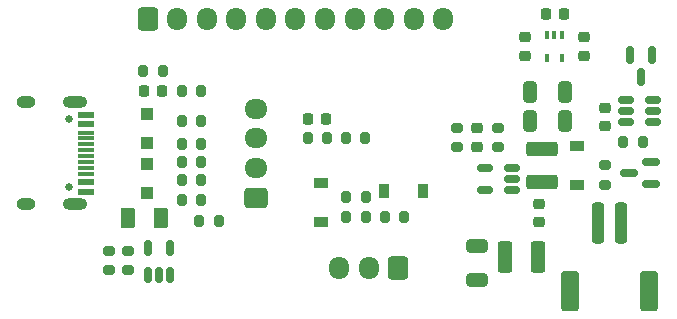
<source format=gbr>
%TF.GenerationSoftware,KiCad,Pcbnew,(5.99.0-13244-g73f40b11ee)*%
%TF.CreationDate,2021-12-26T18:18:12+01:00*%
%TF.ProjectId,TheKNOBDaughterboard,5468654b-4e4f-4424-9461-756768746572,rev?*%
%TF.SameCoordinates,Original*%
%TF.FileFunction,Soldermask,Top*%
%TF.FilePolarity,Negative*%
%FSLAX46Y46*%
G04 Gerber Fmt 4.6, Leading zero omitted, Abs format (unit mm)*
G04 Created by KiCad (PCBNEW (5.99.0-13244-g73f40b11ee)) date 2021-12-26 18:18:12*
%MOMM*%
%LPD*%
G01*
G04 APERTURE LIST*
G04 Aperture macros list*
%AMRoundRect*
0 Rectangle with rounded corners*
0 $1 Rounding radius*
0 $2 $3 $4 $5 $6 $7 $8 $9 X,Y pos of 4 corners*
0 Add a 4 corners polygon primitive as box body*
4,1,4,$2,$3,$4,$5,$6,$7,$8,$9,$2,$3,0*
0 Add four circle primitives for the rounded corners*
1,1,$1+$1,$2,$3*
1,1,$1+$1,$4,$5*
1,1,$1+$1,$6,$7*
1,1,$1+$1,$8,$9*
0 Add four rect primitives between the rounded corners*
20,1,$1+$1,$2,$3,$4,$5,0*
20,1,$1+$1,$4,$5,$6,$7,0*
20,1,$1+$1,$6,$7,$8,$9,0*
20,1,$1+$1,$8,$9,$2,$3,0*%
G04 Aperture macros list end*
%ADD10RoundRect,0.250000X-0.325000X-0.650000X0.325000X-0.650000X0.325000X0.650000X-0.325000X0.650000X0*%
%ADD11RoundRect,0.200000X-0.275000X0.200000X-0.275000X-0.200000X0.275000X-0.200000X0.275000X0.200000X0*%
%ADD12RoundRect,0.150000X0.512500X0.150000X-0.512500X0.150000X-0.512500X-0.150000X0.512500X-0.150000X0*%
%ADD13RoundRect,0.250000X-0.250000X-1.500000X0.250000X-1.500000X0.250000X1.500000X-0.250000X1.500000X0*%
%ADD14RoundRect,0.250001X-0.499999X-1.449999X0.499999X-1.449999X0.499999X1.449999X-0.499999X1.449999X0*%
%ADD15RoundRect,0.200000X0.200000X0.275000X-0.200000X0.275000X-0.200000X-0.275000X0.200000X-0.275000X0*%
%ADD16C,0.650000*%
%ADD17R,1.450000X0.600000*%
%ADD18R,1.450000X0.300000*%
%ADD19O,2.100000X1.000000*%
%ADD20O,1.600000X1.000000*%
%ADD21RoundRect,0.200000X0.275000X-0.200000X0.275000X0.200000X-0.275000X0.200000X-0.275000X-0.200000X0*%
%ADD22RoundRect,0.250000X-1.075000X0.375000X-1.075000X-0.375000X1.075000X-0.375000X1.075000X0.375000X0*%
%ADD23RoundRect,0.250000X0.600000X0.725000X-0.600000X0.725000X-0.600000X-0.725000X0.600000X-0.725000X0*%
%ADD24O,1.700000X1.950000*%
%ADD25RoundRect,0.200000X-0.200000X-0.275000X0.200000X-0.275000X0.200000X0.275000X-0.200000X0.275000X0*%
%ADD26R,1.200000X0.900000*%
%ADD27R,0.900000X1.200000*%
%ADD28RoundRect,0.225000X0.225000X0.250000X-0.225000X0.250000X-0.225000X-0.250000X0.225000X-0.250000X0*%
%ADD29RoundRect,0.150000X0.150000X-0.512500X0.150000X0.512500X-0.150000X0.512500X-0.150000X-0.512500X0*%
%ADD30RoundRect,0.150000X0.587500X0.150000X-0.587500X0.150000X-0.587500X-0.150000X0.587500X-0.150000X0*%
%ADD31RoundRect,0.250000X0.725000X-0.600000X0.725000X0.600000X-0.725000X0.600000X-0.725000X-0.600000X0*%
%ADD32O,1.950000X1.700000*%
%ADD33RoundRect,0.225000X0.250000X-0.225000X0.250000X0.225000X-0.250000X0.225000X-0.250000X-0.225000X0*%
%ADD34R,0.400000X0.650000*%
%ADD35RoundRect,0.225000X-0.250000X0.225000X-0.250000X-0.225000X0.250000X-0.225000X0.250000X0.225000X0*%
%ADD36RoundRect,0.250000X-0.650000X0.325000X-0.650000X-0.325000X0.650000X-0.325000X0.650000X0.325000X0*%
%ADD37RoundRect,0.250000X0.375000X0.625000X-0.375000X0.625000X-0.375000X-0.625000X0.375000X-0.625000X0*%
%ADD38R,1.000000X1.000000*%
%ADD39RoundRect,0.150000X-0.150000X0.587500X-0.150000X-0.587500X0.150000X-0.587500X0.150000X0.587500X0*%
%ADD40RoundRect,0.250000X-0.375000X-1.075000X0.375000X-1.075000X0.375000X1.075000X-0.375000X1.075000X0*%
%ADD41RoundRect,0.250000X-0.600000X-0.725000X0.600000X-0.725000X0.600000X0.725000X-0.600000X0.725000X0*%
G04 APERTURE END LIST*
D10*
%TO.C,C9*%
X113675000Y-94800000D03*
X116625000Y-94800000D03*
%TD*%
D11*
%TO.C,R5*%
X119990000Y-102655000D03*
X119990000Y-101005000D03*
%TD*%
D12*
%TO.C,U3*%
X112127500Y-103130000D03*
X112127500Y-102180000D03*
X112127500Y-101230000D03*
X109852500Y-101230000D03*
X109852500Y-103130000D03*
%TD*%
%TO.C,U2*%
X124077500Y-97380000D03*
X124077500Y-96430000D03*
X124077500Y-95480000D03*
X121802500Y-95480000D03*
X121802500Y-96430000D03*
X121802500Y-97380000D03*
%TD*%
D11*
%TO.C,R15*%
X107490000Y-97855000D03*
X107490000Y-99505000D03*
%TD*%
D13*
%TO.C,J1*%
X119380000Y-105940303D03*
X121380000Y-105940303D03*
D14*
X117030000Y-111690303D03*
X123730000Y-111690303D03*
%TD*%
D15*
%TO.C,R19*%
X82575000Y-93000000D03*
X80925000Y-93000000D03*
%TD*%
%TO.C,R7*%
X85825000Y-100770000D03*
X84175000Y-100770000D03*
%TD*%
D16*
%TO.C,J2*%
X74600000Y-97110000D03*
X74600000Y-102890000D03*
D17*
X76045000Y-96750000D03*
X76045000Y-97550000D03*
D18*
X76045000Y-98750000D03*
X76045000Y-99750000D03*
X76045000Y-100250000D03*
X76045000Y-101250000D03*
D17*
X76045000Y-102450000D03*
X76045000Y-103250000D03*
X76045000Y-103250000D03*
X76045000Y-102450000D03*
D18*
X76045000Y-101750000D03*
X76045000Y-100750000D03*
X76045000Y-99250000D03*
X76045000Y-98250000D03*
D17*
X76045000Y-97550000D03*
X76045000Y-96750000D03*
D19*
X75130000Y-95680000D03*
D20*
X70950000Y-95680000D03*
X70950000Y-104320000D03*
D19*
X75130000Y-104320000D03*
%TD*%
D21*
%TO.C,R1*%
X79610000Y-109915000D03*
X79610000Y-108265000D03*
%TD*%
D22*
%TO.C,L2*%
X114650000Y-99650000D03*
X114650000Y-102450000D03*
%TD*%
D23*
%TO.C,J3*%
X102500000Y-109700000D03*
D24*
X100000000Y-109700000D03*
X97500000Y-109700000D03*
%TD*%
D15*
%TO.C,R17*%
X96475000Y-98725000D03*
X94825000Y-98725000D03*
%TD*%
D25*
%TO.C,R10*%
X98100000Y-105425000D03*
X99750000Y-105425000D03*
%TD*%
D21*
%TO.C,R9*%
X78000000Y-109925000D03*
X78000000Y-108275000D03*
%TD*%
D26*
%TO.C,D5*%
X117650000Y-99400000D03*
X117650000Y-102700000D03*
%TD*%
D27*
%TO.C,D4*%
X104575000Y-103175000D03*
X101275000Y-103175000D03*
%TD*%
D15*
%TO.C,R4*%
X85825000Y-104000000D03*
X84175000Y-104000000D03*
%TD*%
D28*
%TO.C,C3*%
X116550000Y-88250000D03*
X115000000Y-88250000D03*
%TD*%
D15*
%TO.C,R18*%
X85825000Y-94750000D03*
X84175000Y-94750000D03*
%TD*%
D25*
%TO.C,R6*%
X84175000Y-102300000D03*
X85825000Y-102300000D03*
%TD*%
D29*
%TO.C,U1*%
X81300000Y-110337500D03*
X82250000Y-110337500D03*
X83200000Y-110337500D03*
X83200000Y-108062500D03*
X81300000Y-108062500D03*
%TD*%
D28*
%TO.C,C10*%
X96425000Y-97075000D03*
X94875000Y-97075000D03*
%TD*%
D15*
%TO.C,R20*%
X87325000Y-105750000D03*
X85675000Y-105750000D03*
%TD*%
D30*
%TO.C,Q1*%
X123877500Y-102630000D03*
X123877500Y-100730000D03*
X122002500Y-101680000D03*
%TD*%
D31*
%TO.C,J4*%
X90450000Y-103750000D03*
D32*
X90450000Y-101250000D03*
X90450000Y-98750000D03*
X90450000Y-96250000D03*
%TD*%
D33*
%TO.C,C5*%
X113212500Y-91737500D03*
X113212500Y-90187500D03*
%TD*%
D15*
%TO.C,R11*%
X103000000Y-105425000D03*
X101350000Y-105425000D03*
%TD*%
D10*
%TO.C,C8*%
X113675000Y-97300000D03*
X116625000Y-97300000D03*
%TD*%
D15*
%TO.C,R8*%
X85825000Y-99240000D03*
X84175000Y-99240000D03*
%TD*%
D34*
%TO.C,U4*%
X116362500Y-90012500D03*
X115712500Y-90012500D03*
X115062500Y-90012500D03*
X115062500Y-91912500D03*
X116362500Y-91912500D03*
%TD*%
D33*
%TO.C,C4*%
X114400000Y-104275000D03*
X114400000Y-105825000D03*
%TD*%
D35*
%TO.C,C7*%
X109190000Y-99455000D03*
X109190000Y-97905000D03*
%TD*%
D28*
%TO.C,C11*%
X82525000Y-94750000D03*
X80975000Y-94750000D03*
%TD*%
D35*
%TO.C,C1*%
X119990000Y-96155000D03*
X119990000Y-97705000D03*
%TD*%
D33*
%TO.C,C6*%
X118212500Y-91737500D03*
X118212500Y-90187500D03*
%TD*%
D26*
%TO.C,D3*%
X95925000Y-102525000D03*
X95925000Y-105825000D03*
%TD*%
D36*
%TO.C,C2*%
X109150000Y-107825000D03*
X109150000Y-110775000D03*
%TD*%
D25*
%TO.C,R12*%
X98100000Y-103675000D03*
X99750000Y-103675000D03*
%TD*%
D15*
%TO.C,R2*%
X123215000Y-99030000D03*
X121565000Y-99030000D03*
%TD*%
D37*
%TO.C,F1*%
X82400000Y-105500000D03*
X79600000Y-105500000D03*
%TD*%
D15*
%TO.C,R3*%
X85825000Y-97250000D03*
X84175000Y-97250000D03*
%TD*%
D11*
%TO.C,R14*%
X110940000Y-99505000D03*
X110940000Y-97855000D03*
%TD*%
D38*
%TO.C,D1*%
X81250000Y-100900000D03*
X81250000Y-103400000D03*
%TD*%
D39*
%TO.C,Q2*%
X123990000Y-91692500D03*
X122090000Y-91692500D03*
X123040000Y-93567500D03*
%TD*%
D40*
%TO.C,L1*%
X111500000Y-108800000D03*
X114300000Y-108800000D03*
%TD*%
D41*
%TO.C,J5*%
X81300000Y-88600000D03*
D24*
X83800000Y-88600000D03*
X86300000Y-88600000D03*
X88800000Y-88600000D03*
X91300000Y-88600000D03*
X93800000Y-88600000D03*
X96300000Y-88600000D03*
X98800000Y-88600000D03*
X101300000Y-88600000D03*
X103800000Y-88600000D03*
X106300000Y-88600000D03*
%TD*%
D38*
%TO.C,D2*%
X81250000Y-99150000D03*
X81250000Y-96650000D03*
%TD*%
D15*
%TO.C,R16*%
X99725000Y-98725000D03*
X98075000Y-98725000D03*
%TD*%
M02*

</source>
